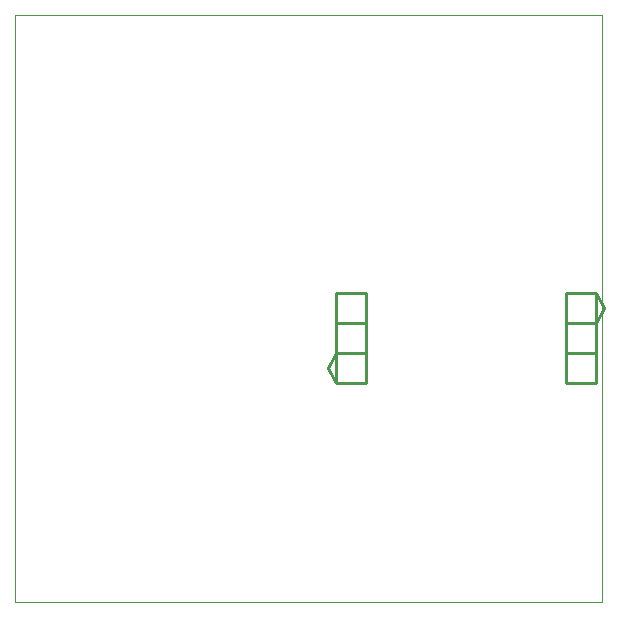
<source format=gbo>
G75*
%MOIN*%
%OFA0B0*%
%FSLAX25Y25*%
%IPPOS*%
%LPD*%
%AMOC8*
5,1,8,0,0,1.08239X$1,22.5*
%
%ADD10C,0.00000*%
%ADD11C,0.01000*%
D10*
X0001000Y0001000D02*
X0001000Y0196850D01*
X0196850Y0196850D01*
X0196850Y0001000D01*
X0001000Y0001000D01*
D11*
X0108000Y0074000D02*
X0105500Y0079000D01*
X0108000Y0084000D01*
X0118000Y0084000D01*
X0118000Y0074000D02*
X0108000Y0074000D01*
X0108000Y0104000D01*
X0118000Y0104000D01*
X0118000Y0074000D01*
X0118000Y0094000D02*
X0108000Y0094000D01*
X0184750Y0094000D02*
X0194750Y0094000D01*
X0197250Y0099000D01*
X0194750Y0104000D01*
X0194750Y0074000D01*
X0184750Y0074000D01*
X0184750Y0104000D01*
X0194750Y0104000D01*
X0194750Y0084000D02*
X0184750Y0084000D01*
M02*

</source>
